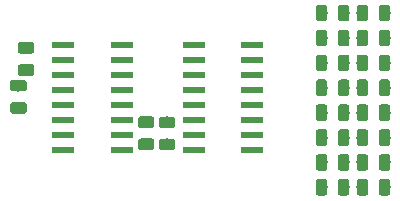
<source format=gbr>
G04 #@! TF.GenerationSoftware,KiCad,Pcbnew,(5.1.4)-1*
G04 #@! TF.CreationDate,2019-11-29T16:32:21-05:00*
G04 #@! TF.ProjectId,Feather-8bit-counter,46656174-6865-4722-9d38-6269742d636f,rev?*
G04 #@! TF.SameCoordinates,Original*
G04 #@! TF.FileFunction,Paste,Top*
G04 #@! TF.FilePolarity,Positive*
%FSLAX46Y46*%
G04 Gerber Fmt 4.6, Leading zero omitted, Abs format (unit mm)*
G04 Created by KiCad (PCBNEW (5.1.4)-1) date 2019-11-29 16:32:21*
%MOMM*%
%LPD*%
G04 APERTURE LIST*
%ADD10C,0.100000*%
%ADD11C,0.975000*%
%ADD12R,1.981200X0.558800*%
G04 APERTURE END LIST*
D10*
G36*
X115542142Y-52805174D02*
G01*
X115565803Y-52808684D01*
X115589007Y-52814496D01*
X115611529Y-52822554D01*
X115633153Y-52832782D01*
X115653670Y-52845079D01*
X115672883Y-52859329D01*
X115690607Y-52875393D01*
X115706671Y-52893117D01*
X115720921Y-52912330D01*
X115733218Y-52932847D01*
X115743446Y-52954471D01*
X115751504Y-52976993D01*
X115757316Y-53000197D01*
X115760826Y-53023858D01*
X115762000Y-53047750D01*
X115762000Y-53535250D01*
X115760826Y-53559142D01*
X115757316Y-53582803D01*
X115751504Y-53606007D01*
X115743446Y-53628529D01*
X115733218Y-53650153D01*
X115720921Y-53670670D01*
X115706671Y-53689883D01*
X115690607Y-53707607D01*
X115672883Y-53723671D01*
X115653670Y-53737921D01*
X115633153Y-53750218D01*
X115611529Y-53760446D01*
X115589007Y-53768504D01*
X115565803Y-53774316D01*
X115542142Y-53777826D01*
X115518250Y-53779000D01*
X114605750Y-53779000D01*
X114581858Y-53777826D01*
X114558197Y-53774316D01*
X114534993Y-53768504D01*
X114512471Y-53760446D01*
X114490847Y-53750218D01*
X114470330Y-53737921D01*
X114451117Y-53723671D01*
X114433393Y-53707607D01*
X114417329Y-53689883D01*
X114403079Y-53670670D01*
X114390782Y-53650153D01*
X114380554Y-53628529D01*
X114372496Y-53606007D01*
X114366684Y-53582803D01*
X114363174Y-53559142D01*
X114362000Y-53535250D01*
X114362000Y-53047750D01*
X114363174Y-53023858D01*
X114366684Y-53000197D01*
X114372496Y-52976993D01*
X114380554Y-52954471D01*
X114390782Y-52932847D01*
X114403079Y-52912330D01*
X114417329Y-52893117D01*
X114433393Y-52875393D01*
X114451117Y-52859329D01*
X114470330Y-52845079D01*
X114490847Y-52832782D01*
X114512471Y-52822554D01*
X114534993Y-52814496D01*
X114558197Y-52808684D01*
X114581858Y-52805174D01*
X114605750Y-52804000D01*
X115518250Y-52804000D01*
X115542142Y-52805174D01*
X115542142Y-52805174D01*
G37*
D11*
X115062000Y-53291500D03*
D10*
G36*
X115542142Y-54680174D02*
G01*
X115565803Y-54683684D01*
X115589007Y-54689496D01*
X115611529Y-54697554D01*
X115633153Y-54707782D01*
X115653670Y-54720079D01*
X115672883Y-54734329D01*
X115690607Y-54750393D01*
X115706671Y-54768117D01*
X115720921Y-54787330D01*
X115733218Y-54807847D01*
X115743446Y-54829471D01*
X115751504Y-54851993D01*
X115757316Y-54875197D01*
X115760826Y-54898858D01*
X115762000Y-54922750D01*
X115762000Y-55410250D01*
X115760826Y-55434142D01*
X115757316Y-55457803D01*
X115751504Y-55481007D01*
X115743446Y-55503529D01*
X115733218Y-55525153D01*
X115720921Y-55545670D01*
X115706671Y-55564883D01*
X115690607Y-55582607D01*
X115672883Y-55598671D01*
X115653670Y-55612921D01*
X115633153Y-55625218D01*
X115611529Y-55635446D01*
X115589007Y-55643504D01*
X115565803Y-55649316D01*
X115542142Y-55652826D01*
X115518250Y-55654000D01*
X114605750Y-55654000D01*
X114581858Y-55652826D01*
X114558197Y-55649316D01*
X114534993Y-55643504D01*
X114512471Y-55635446D01*
X114490847Y-55625218D01*
X114470330Y-55612921D01*
X114451117Y-55598671D01*
X114433393Y-55582607D01*
X114417329Y-55564883D01*
X114403079Y-55545670D01*
X114390782Y-55525153D01*
X114380554Y-55503529D01*
X114372496Y-55481007D01*
X114366684Y-55457803D01*
X114363174Y-55434142D01*
X114362000Y-55410250D01*
X114362000Y-54922750D01*
X114363174Y-54898858D01*
X114366684Y-54875197D01*
X114372496Y-54851993D01*
X114380554Y-54829471D01*
X114390782Y-54807847D01*
X114403079Y-54787330D01*
X114417329Y-54768117D01*
X114433393Y-54750393D01*
X114451117Y-54734329D01*
X114470330Y-54720079D01*
X114490847Y-54707782D01*
X114512471Y-54697554D01*
X114534993Y-54689496D01*
X114558197Y-54683684D01*
X114581858Y-54680174D01*
X114605750Y-54679000D01*
X115518250Y-54679000D01*
X115542142Y-54680174D01*
X115542142Y-54680174D01*
G37*
D11*
X115062000Y-55166500D03*
D10*
G36*
X114894442Y-56005574D02*
G01*
X114918103Y-56009084D01*
X114941307Y-56014896D01*
X114963829Y-56022954D01*
X114985453Y-56033182D01*
X115005970Y-56045479D01*
X115025183Y-56059729D01*
X115042907Y-56075793D01*
X115058971Y-56093517D01*
X115073221Y-56112730D01*
X115085518Y-56133247D01*
X115095746Y-56154871D01*
X115103804Y-56177393D01*
X115109616Y-56200597D01*
X115113126Y-56224258D01*
X115114300Y-56248150D01*
X115114300Y-56735650D01*
X115113126Y-56759542D01*
X115109616Y-56783203D01*
X115103804Y-56806407D01*
X115095746Y-56828929D01*
X115085518Y-56850553D01*
X115073221Y-56871070D01*
X115058971Y-56890283D01*
X115042907Y-56908007D01*
X115025183Y-56924071D01*
X115005970Y-56938321D01*
X114985453Y-56950618D01*
X114963829Y-56960846D01*
X114941307Y-56968904D01*
X114918103Y-56974716D01*
X114894442Y-56978226D01*
X114870550Y-56979400D01*
X113958050Y-56979400D01*
X113934158Y-56978226D01*
X113910497Y-56974716D01*
X113887293Y-56968904D01*
X113864771Y-56960846D01*
X113843147Y-56950618D01*
X113822630Y-56938321D01*
X113803417Y-56924071D01*
X113785693Y-56908007D01*
X113769629Y-56890283D01*
X113755379Y-56871070D01*
X113743082Y-56850553D01*
X113732854Y-56828929D01*
X113724796Y-56806407D01*
X113718984Y-56783203D01*
X113715474Y-56759542D01*
X113714300Y-56735650D01*
X113714300Y-56248150D01*
X113715474Y-56224258D01*
X113718984Y-56200597D01*
X113724796Y-56177393D01*
X113732854Y-56154871D01*
X113743082Y-56133247D01*
X113755379Y-56112730D01*
X113769629Y-56093517D01*
X113785693Y-56075793D01*
X113803417Y-56059729D01*
X113822630Y-56045479D01*
X113843147Y-56033182D01*
X113864771Y-56022954D01*
X113887293Y-56014896D01*
X113910497Y-56009084D01*
X113934158Y-56005574D01*
X113958050Y-56004400D01*
X114870550Y-56004400D01*
X114894442Y-56005574D01*
X114894442Y-56005574D01*
G37*
D11*
X114414300Y-56491900D03*
D10*
G36*
X114894442Y-57880574D02*
G01*
X114918103Y-57884084D01*
X114941307Y-57889896D01*
X114963829Y-57897954D01*
X114985453Y-57908182D01*
X115005970Y-57920479D01*
X115025183Y-57934729D01*
X115042907Y-57950793D01*
X115058971Y-57968517D01*
X115073221Y-57987730D01*
X115085518Y-58008247D01*
X115095746Y-58029871D01*
X115103804Y-58052393D01*
X115109616Y-58075597D01*
X115113126Y-58099258D01*
X115114300Y-58123150D01*
X115114300Y-58610650D01*
X115113126Y-58634542D01*
X115109616Y-58658203D01*
X115103804Y-58681407D01*
X115095746Y-58703929D01*
X115085518Y-58725553D01*
X115073221Y-58746070D01*
X115058971Y-58765283D01*
X115042907Y-58783007D01*
X115025183Y-58799071D01*
X115005970Y-58813321D01*
X114985453Y-58825618D01*
X114963829Y-58835846D01*
X114941307Y-58843904D01*
X114918103Y-58849716D01*
X114894442Y-58853226D01*
X114870550Y-58854400D01*
X113958050Y-58854400D01*
X113934158Y-58853226D01*
X113910497Y-58849716D01*
X113887293Y-58843904D01*
X113864771Y-58835846D01*
X113843147Y-58825618D01*
X113822630Y-58813321D01*
X113803417Y-58799071D01*
X113785693Y-58783007D01*
X113769629Y-58765283D01*
X113755379Y-58746070D01*
X113743082Y-58725553D01*
X113732854Y-58703929D01*
X113724796Y-58681407D01*
X113718984Y-58658203D01*
X113715474Y-58634542D01*
X113714300Y-58610650D01*
X113714300Y-58123150D01*
X113715474Y-58099258D01*
X113718984Y-58075597D01*
X113724796Y-58052393D01*
X113732854Y-58029871D01*
X113743082Y-58008247D01*
X113755379Y-57987730D01*
X113769629Y-57968517D01*
X113785693Y-57950793D01*
X113803417Y-57934729D01*
X113822630Y-57920479D01*
X113843147Y-57908182D01*
X113864771Y-57897954D01*
X113887293Y-57889896D01*
X113910497Y-57884084D01*
X113934158Y-57880574D01*
X113958050Y-57879400D01*
X114870550Y-57879400D01*
X114894442Y-57880574D01*
X114894442Y-57880574D01*
G37*
D11*
X114414300Y-58366900D03*
D10*
G36*
X127480142Y-60979374D02*
G01*
X127503803Y-60982884D01*
X127527007Y-60988696D01*
X127549529Y-60996754D01*
X127571153Y-61006982D01*
X127591670Y-61019279D01*
X127610883Y-61033529D01*
X127628607Y-61049593D01*
X127644671Y-61067317D01*
X127658921Y-61086530D01*
X127671218Y-61107047D01*
X127681446Y-61128671D01*
X127689504Y-61151193D01*
X127695316Y-61174397D01*
X127698826Y-61198058D01*
X127700000Y-61221950D01*
X127700000Y-61709450D01*
X127698826Y-61733342D01*
X127695316Y-61757003D01*
X127689504Y-61780207D01*
X127681446Y-61802729D01*
X127671218Y-61824353D01*
X127658921Y-61844870D01*
X127644671Y-61864083D01*
X127628607Y-61881807D01*
X127610883Y-61897871D01*
X127591670Y-61912121D01*
X127571153Y-61924418D01*
X127549529Y-61934646D01*
X127527007Y-61942704D01*
X127503803Y-61948516D01*
X127480142Y-61952026D01*
X127456250Y-61953200D01*
X126543750Y-61953200D01*
X126519858Y-61952026D01*
X126496197Y-61948516D01*
X126472993Y-61942704D01*
X126450471Y-61934646D01*
X126428847Y-61924418D01*
X126408330Y-61912121D01*
X126389117Y-61897871D01*
X126371393Y-61881807D01*
X126355329Y-61864083D01*
X126341079Y-61844870D01*
X126328782Y-61824353D01*
X126318554Y-61802729D01*
X126310496Y-61780207D01*
X126304684Y-61757003D01*
X126301174Y-61733342D01*
X126300000Y-61709450D01*
X126300000Y-61221950D01*
X126301174Y-61198058D01*
X126304684Y-61174397D01*
X126310496Y-61151193D01*
X126318554Y-61128671D01*
X126328782Y-61107047D01*
X126341079Y-61086530D01*
X126355329Y-61067317D01*
X126371393Y-61049593D01*
X126389117Y-61033529D01*
X126408330Y-61019279D01*
X126428847Y-61006982D01*
X126450471Y-60996754D01*
X126472993Y-60988696D01*
X126496197Y-60982884D01*
X126519858Y-60979374D01*
X126543750Y-60978200D01*
X127456250Y-60978200D01*
X127480142Y-60979374D01*
X127480142Y-60979374D01*
G37*
D11*
X127000000Y-61465700D03*
D10*
G36*
X127480142Y-59104374D02*
G01*
X127503803Y-59107884D01*
X127527007Y-59113696D01*
X127549529Y-59121754D01*
X127571153Y-59131982D01*
X127591670Y-59144279D01*
X127610883Y-59158529D01*
X127628607Y-59174593D01*
X127644671Y-59192317D01*
X127658921Y-59211530D01*
X127671218Y-59232047D01*
X127681446Y-59253671D01*
X127689504Y-59276193D01*
X127695316Y-59299397D01*
X127698826Y-59323058D01*
X127700000Y-59346950D01*
X127700000Y-59834450D01*
X127698826Y-59858342D01*
X127695316Y-59882003D01*
X127689504Y-59905207D01*
X127681446Y-59927729D01*
X127671218Y-59949353D01*
X127658921Y-59969870D01*
X127644671Y-59989083D01*
X127628607Y-60006807D01*
X127610883Y-60022871D01*
X127591670Y-60037121D01*
X127571153Y-60049418D01*
X127549529Y-60059646D01*
X127527007Y-60067704D01*
X127503803Y-60073516D01*
X127480142Y-60077026D01*
X127456250Y-60078200D01*
X126543750Y-60078200D01*
X126519858Y-60077026D01*
X126496197Y-60073516D01*
X126472993Y-60067704D01*
X126450471Y-60059646D01*
X126428847Y-60049418D01*
X126408330Y-60037121D01*
X126389117Y-60022871D01*
X126371393Y-60006807D01*
X126355329Y-59989083D01*
X126341079Y-59969870D01*
X126328782Y-59949353D01*
X126318554Y-59927729D01*
X126310496Y-59905207D01*
X126304684Y-59882003D01*
X126301174Y-59858342D01*
X126300000Y-59834450D01*
X126300000Y-59346950D01*
X126301174Y-59323058D01*
X126304684Y-59299397D01*
X126310496Y-59276193D01*
X126318554Y-59253671D01*
X126328782Y-59232047D01*
X126341079Y-59211530D01*
X126355329Y-59192317D01*
X126371393Y-59174593D01*
X126389117Y-59158529D01*
X126408330Y-59144279D01*
X126428847Y-59131982D01*
X126450471Y-59121754D01*
X126472993Y-59113696D01*
X126496197Y-59107884D01*
X126519858Y-59104374D01*
X126543750Y-59103200D01*
X127456250Y-59103200D01*
X127480142Y-59104374D01*
X127480142Y-59104374D01*
G37*
D11*
X127000000Y-59590700D03*
D10*
G36*
X125714842Y-60964134D02*
G01*
X125738503Y-60967644D01*
X125761707Y-60973456D01*
X125784229Y-60981514D01*
X125805853Y-60991742D01*
X125826370Y-61004039D01*
X125845583Y-61018289D01*
X125863307Y-61034353D01*
X125879371Y-61052077D01*
X125893621Y-61071290D01*
X125905918Y-61091807D01*
X125916146Y-61113431D01*
X125924204Y-61135953D01*
X125930016Y-61159157D01*
X125933526Y-61182818D01*
X125934700Y-61206710D01*
X125934700Y-61694210D01*
X125933526Y-61718102D01*
X125930016Y-61741763D01*
X125924204Y-61764967D01*
X125916146Y-61787489D01*
X125905918Y-61809113D01*
X125893621Y-61829630D01*
X125879371Y-61848843D01*
X125863307Y-61866567D01*
X125845583Y-61882631D01*
X125826370Y-61896881D01*
X125805853Y-61909178D01*
X125784229Y-61919406D01*
X125761707Y-61927464D01*
X125738503Y-61933276D01*
X125714842Y-61936786D01*
X125690950Y-61937960D01*
X124778450Y-61937960D01*
X124754558Y-61936786D01*
X124730897Y-61933276D01*
X124707693Y-61927464D01*
X124685171Y-61919406D01*
X124663547Y-61909178D01*
X124643030Y-61896881D01*
X124623817Y-61882631D01*
X124606093Y-61866567D01*
X124590029Y-61848843D01*
X124575779Y-61829630D01*
X124563482Y-61809113D01*
X124553254Y-61787489D01*
X124545196Y-61764967D01*
X124539384Y-61741763D01*
X124535874Y-61718102D01*
X124534700Y-61694210D01*
X124534700Y-61206710D01*
X124535874Y-61182818D01*
X124539384Y-61159157D01*
X124545196Y-61135953D01*
X124553254Y-61113431D01*
X124563482Y-61091807D01*
X124575779Y-61071290D01*
X124590029Y-61052077D01*
X124606093Y-61034353D01*
X124623817Y-61018289D01*
X124643030Y-61004039D01*
X124663547Y-60991742D01*
X124685171Y-60981514D01*
X124707693Y-60973456D01*
X124730897Y-60967644D01*
X124754558Y-60964134D01*
X124778450Y-60962960D01*
X125690950Y-60962960D01*
X125714842Y-60964134D01*
X125714842Y-60964134D01*
G37*
D11*
X125234700Y-61450460D03*
D10*
G36*
X125714842Y-59089134D02*
G01*
X125738503Y-59092644D01*
X125761707Y-59098456D01*
X125784229Y-59106514D01*
X125805853Y-59116742D01*
X125826370Y-59129039D01*
X125845583Y-59143289D01*
X125863307Y-59159353D01*
X125879371Y-59177077D01*
X125893621Y-59196290D01*
X125905918Y-59216807D01*
X125916146Y-59238431D01*
X125924204Y-59260953D01*
X125930016Y-59284157D01*
X125933526Y-59307818D01*
X125934700Y-59331710D01*
X125934700Y-59819210D01*
X125933526Y-59843102D01*
X125930016Y-59866763D01*
X125924204Y-59889967D01*
X125916146Y-59912489D01*
X125905918Y-59934113D01*
X125893621Y-59954630D01*
X125879371Y-59973843D01*
X125863307Y-59991567D01*
X125845583Y-60007631D01*
X125826370Y-60021881D01*
X125805853Y-60034178D01*
X125784229Y-60044406D01*
X125761707Y-60052464D01*
X125738503Y-60058276D01*
X125714842Y-60061786D01*
X125690950Y-60062960D01*
X124778450Y-60062960D01*
X124754558Y-60061786D01*
X124730897Y-60058276D01*
X124707693Y-60052464D01*
X124685171Y-60044406D01*
X124663547Y-60034178D01*
X124643030Y-60021881D01*
X124623817Y-60007631D01*
X124606093Y-59991567D01*
X124590029Y-59973843D01*
X124575779Y-59954630D01*
X124563482Y-59934113D01*
X124553254Y-59912489D01*
X124545196Y-59889967D01*
X124539384Y-59866763D01*
X124535874Y-59843102D01*
X124534700Y-59819210D01*
X124534700Y-59331710D01*
X124535874Y-59307818D01*
X124539384Y-59284157D01*
X124545196Y-59260953D01*
X124553254Y-59238431D01*
X124563482Y-59216807D01*
X124575779Y-59196290D01*
X124590029Y-59177077D01*
X124606093Y-59159353D01*
X124623817Y-59143289D01*
X124643030Y-59129039D01*
X124663547Y-59116742D01*
X124685171Y-59106514D01*
X124707693Y-59098456D01*
X124730897Y-59092644D01*
X124754558Y-59089134D01*
X124778450Y-59087960D01*
X125690950Y-59087960D01*
X125714842Y-59089134D01*
X125714842Y-59089134D01*
G37*
D11*
X125234700Y-59575460D03*
D12*
X123151900Y-53086000D03*
X123151900Y-54356000D03*
X123151900Y-55626000D03*
X123151900Y-56896000D03*
X123151900Y-58166000D03*
X123151900Y-59436000D03*
X123151900Y-60706000D03*
X123151900Y-61976000D03*
X118224300Y-61976000D03*
X118224300Y-60706000D03*
X118224300Y-59436000D03*
X118224300Y-58166000D03*
X118224300Y-56896000D03*
X118224300Y-55626000D03*
X118224300Y-54356000D03*
X118224300Y-53086000D03*
X134188200Y-53086000D03*
X134188200Y-54356000D03*
X134188200Y-55626000D03*
X134188200Y-56896000D03*
X134188200Y-58166000D03*
X134188200Y-59436000D03*
X134188200Y-60706000D03*
X134188200Y-61976000D03*
X129260600Y-61976000D03*
X129260600Y-60706000D03*
X129260600Y-59436000D03*
X129260600Y-58166000D03*
X129260600Y-56896000D03*
X129260600Y-55626000D03*
X129260600Y-54356000D03*
X129260600Y-53086000D03*
D10*
G36*
X140350702Y-64401374D02*
G01*
X140374363Y-64404884D01*
X140397567Y-64410696D01*
X140420089Y-64418754D01*
X140441713Y-64428982D01*
X140462230Y-64441279D01*
X140481443Y-64455529D01*
X140499167Y-64471593D01*
X140515231Y-64489317D01*
X140529481Y-64508530D01*
X140541778Y-64529047D01*
X140552006Y-64550671D01*
X140560064Y-64573193D01*
X140565876Y-64596397D01*
X140569386Y-64620058D01*
X140570560Y-64643950D01*
X140570560Y-65556450D01*
X140569386Y-65580342D01*
X140565876Y-65604003D01*
X140560064Y-65627207D01*
X140552006Y-65649729D01*
X140541778Y-65671353D01*
X140529481Y-65691870D01*
X140515231Y-65711083D01*
X140499167Y-65728807D01*
X140481443Y-65744871D01*
X140462230Y-65759121D01*
X140441713Y-65771418D01*
X140420089Y-65781646D01*
X140397567Y-65789704D01*
X140374363Y-65795516D01*
X140350702Y-65799026D01*
X140326810Y-65800200D01*
X139839310Y-65800200D01*
X139815418Y-65799026D01*
X139791757Y-65795516D01*
X139768553Y-65789704D01*
X139746031Y-65781646D01*
X139724407Y-65771418D01*
X139703890Y-65759121D01*
X139684677Y-65744871D01*
X139666953Y-65728807D01*
X139650889Y-65711083D01*
X139636639Y-65691870D01*
X139624342Y-65671353D01*
X139614114Y-65649729D01*
X139606056Y-65627207D01*
X139600244Y-65604003D01*
X139596734Y-65580342D01*
X139595560Y-65556450D01*
X139595560Y-64643950D01*
X139596734Y-64620058D01*
X139600244Y-64596397D01*
X139606056Y-64573193D01*
X139614114Y-64550671D01*
X139624342Y-64529047D01*
X139636639Y-64508530D01*
X139650889Y-64489317D01*
X139666953Y-64471593D01*
X139684677Y-64455529D01*
X139703890Y-64441279D01*
X139724407Y-64428982D01*
X139746031Y-64418754D01*
X139768553Y-64410696D01*
X139791757Y-64404884D01*
X139815418Y-64401374D01*
X139839310Y-64400200D01*
X140326810Y-64400200D01*
X140350702Y-64401374D01*
X140350702Y-64401374D01*
G37*
D11*
X140083060Y-65100200D03*
D10*
G36*
X142225702Y-64401374D02*
G01*
X142249363Y-64404884D01*
X142272567Y-64410696D01*
X142295089Y-64418754D01*
X142316713Y-64428982D01*
X142337230Y-64441279D01*
X142356443Y-64455529D01*
X142374167Y-64471593D01*
X142390231Y-64489317D01*
X142404481Y-64508530D01*
X142416778Y-64529047D01*
X142427006Y-64550671D01*
X142435064Y-64573193D01*
X142440876Y-64596397D01*
X142444386Y-64620058D01*
X142445560Y-64643950D01*
X142445560Y-65556450D01*
X142444386Y-65580342D01*
X142440876Y-65604003D01*
X142435064Y-65627207D01*
X142427006Y-65649729D01*
X142416778Y-65671353D01*
X142404481Y-65691870D01*
X142390231Y-65711083D01*
X142374167Y-65728807D01*
X142356443Y-65744871D01*
X142337230Y-65759121D01*
X142316713Y-65771418D01*
X142295089Y-65781646D01*
X142272567Y-65789704D01*
X142249363Y-65795516D01*
X142225702Y-65799026D01*
X142201810Y-65800200D01*
X141714310Y-65800200D01*
X141690418Y-65799026D01*
X141666757Y-65795516D01*
X141643553Y-65789704D01*
X141621031Y-65781646D01*
X141599407Y-65771418D01*
X141578890Y-65759121D01*
X141559677Y-65744871D01*
X141541953Y-65728807D01*
X141525889Y-65711083D01*
X141511639Y-65691870D01*
X141499342Y-65671353D01*
X141489114Y-65649729D01*
X141481056Y-65627207D01*
X141475244Y-65604003D01*
X141471734Y-65580342D01*
X141470560Y-65556450D01*
X141470560Y-64643950D01*
X141471734Y-64620058D01*
X141475244Y-64596397D01*
X141481056Y-64573193D01*
X141489114Y-64550671D01*
X141499342Y-64529047D01*
X141511639Y-64508530D01*
X141525889Y-64489317D01*
X141541953Y-64471593D01*
X141559677Y-64455529D01*
X141578890Y-64441279D01*
X141599407Y-64428982D01*
X141621031Y-64418754D01*
X141643553Y-64410696D01*
X141666757Y-64404884D01*
X141690418Y-64401374D01*
X141714310Y-64400200D01*
X142201810Y-64400200D01*
X142225702Y-64401374D01*
X142225702Y-64401374D01*
G37*
D11*
X141958060Y-65100200D03*
D10*
G36*
X140350702Y-62293174D02*
G01*
X140374363Y-62296684D01*
X140397567Y-62302496D01*
X140420089Y-62310554D01*
X140441713Y-62320782D01*
X140462230Y-62333079D01*
X140481443Y-62347329D01*
X140499167Y-62363393D01*
X140515231Y-62381117D01*
X140529481Y-62400330D01*
X140541778Y-62420847D01*
X140552006Y-62442471D01*
X140560064Y-62464993D01*
X140565876Y-62488197D01*
X140569386Y-62511858D01*
X140570560Y-62535750D01*
X140570560Y-63448250D01*
X140569386Y-63472142D01*
X140565876Y-63495803D01*
X140560064Y-63519007D01*
X140552006Y-63541529D01*
X140541778Y-63563153D01*
X140529481Y-63583670D01*
X140515231Y-63602883D01*
X140499167Y-63620607D01*
X140481443Y-63636671D01*
X140462230Y-63650921D01*
X140441713Y-63663218D01*
X140420089Y-63673446D01*
X140397567Y-63681504D01*
X140374363Y-63687316D01*
X140350702Y-63690826D01*
X140326810Y-63692000D01*
X139839310Y-63692000D01*
X139815418Y-63690826D01*
X139791757Y-63687316D01*
X139768553Y-63681504D01*
X139746031Y-63673446D01*
X139724407Y-63663218D01*
X139703890Y-63650921D01*
X139684677Y-63636671D01*
X139666953Y-63620607D01*
X139650889Y-63602883D01*
X139636639Y-63583670D01*
X139624342Y-63563153D01*
X139614114Y-63541529D01*
X139606056Y-63519007D01*
X139600244Y-63495803D01*
X139596734Y-63472142D01*
X139595560Y-63448250D01*
X139595560Y-62535750D01*
X139596734Y-62511858D01*
X139600244Y-62488197D01*
X139606056Y-62464993D01*
X139614114Y-62442471D01*
X139624342Y-62420847D01*
X139636639Y-62400330D01*
X139650889Y-62381117D01*
X139666953Y-62363393D01*
X139684677Y-62347329D01*
X139703890Y-62333079D01*
X139724407Y-62320782D01*
X139746031Y-62310554D01*
X139768553Y-62302496D01*
X139791757Y-62296684D01*
X139815418Y-62293174D01*
X139839310Y-62292000D01*
X140326810Y-62292000D01*
X140350702Y-62293174D01*
X140350702Y-62293174D01*
G37*
D11*
X140083060Y-62992000D03*
D10*
G36*
X142225702Y-62293174D02*
G01*
X142249363Y-62296684D01*
X142272567Y-62302496D01*
X142295089Y-62310554D01*
X142316713Y-62320782D01*
X142337230Y-62333079D01*
X142356443Y-62347329D01*
X142374167Y-62363393D01*
X142390231Y-62381117D01*
X142404481Y-62400330D01*
X142416778Y-62420847D01*
X142427006Y-62442471D01*
X142435064Y-62464993D01*
X142440876Y-62488197D01*
X142444386Y-62511858D01*
X142445560Y-62535750D01*
X142445560Y-63448250D01*
X142444386Y-63472142D01*
X142440876Y-63495803D01*
X142435064Y-63519007D01*
X142427006Y-63541529D01*
X142416778Y-63563153D01*
X142404481Y-63583670D01*
X142390231Y-63602883D01*
X142374167Y-63620607D01*
X142356443Y-63636671D01*
X142337230Y-63650921D01*
X142316713Y-63663218D01*
X142295089Y-63673446D01*
X142272567Y-63681504D01*
X142249363Y-63687316D01*
X142225702Y-63690826D01*
X142201810Y-63692000D01*
X141714310Y-63692000D01*
X141690418Y-63690826D01*
X141666757Y-63687316D01*
X141643553Y-63681504D01*
X141621031Y-63673446D01*
X141599407Y-63663218D01*
X141578890Y-63650921D01*
X141559677Y-63636671D01*
X141541953Y-63620607D01*
X141525889Y-63602883D01*
X141511639Y-63583670D01*
X141499342Y-63563153D01*
X141489114Y-63541529D01*
X141481056Y-63519007D01*
X141475244Y-63495803D01*
X141471734Y-63472142D01*
X141470560Y-63448250D01*
X141470560Y-62535750D01*
X141471734Y-62511858D01*
X141475244Y-62488197D01*
X141481056Y-62464993D01*
X141489114Y-62442471D01*
X141499342Y-62420847D01*
X141511639Y-62400330D01*
X141525889Y-62381117D01*
X141541953Y-62363393D01*
X141559677Y-62347329D01*
X141578890Y-62333079D01*
X141599407Y-62320782D01*
X141621031Y-62310554D01*
X141643553Y-62302496D01*
X141666757Y-62296684D01*
X141690418Y-62293174D01*
X141714310Y-62292000D01*
X142201810Y-62292000D01*
X142225702Y-62293174D01*
X142225702Y-62293174D01*
G37*
D11*
X141958060Y-62992000D03*
D10*
G36*
X140350702Y-60184974D02*
G01*
X140374363Y-60188484D01*
X140397567Y-60194296D01*
X140420089Y-60202354D01*
X140441713Y-60212582D01*
X140462230Y-60224879D01*
X140481443Y-60239129D01*
X140499167Y-60255193D01*
X140515231Y-60272917D01*
X140529481Y-60292130D01*
X140541778Y-60312647D01*
X140552006Y-60334271D01*
X140560064Y-60356793D01*
X140565876Y-60379997D01*
X140569386Y-60403658D01*
X140570560Y-60427550D01*
X140570560Y-61340050D01*
X140569386Y-61363942D01*
X140565876Y-61387603D01*
X140560064Y-61410807D01*
X140552006Y-61433329D01*
X140541778Y-61454953D01*
X140529481Y-61475470D01*
X140515231Y-61494683D01*
X140499167Y-61512407D01*
X140481443Y-61528471D01*
X140462230Y-61542721D01*
X140441713Y-61555018D01*
X140420089Y-61565246D01*
X140397567Y-61573304D01*
X140374363Y-61579116D01*
X140350702Y-61582626D01*
X140326810Y-61583800D01*
X139839310Y-61583800D01*
X139815418Y-61582626D01*
X139791757Y-61579116D01*
X139768553Y-61573304D01*
X139746031Y-61565246D01*
X139724407Y-61555018D01*
X139703890Y-61542721D01*
X139684677Y-61528471D01*
X139666953Y-61512407D01*
X139650889Y-61494683D01*
X139636639Y-61475470D01*
X139624342Y-61454953D01*
X139614114Y-61433329D01*
X139606056Y-61410807D01*
X139600244Y-61387603D01*
X139596734Y-61363942D01*
X139595560Y-61340050D01*
X139595560Y-60427550D01*
X139596734Y-60403658D01*
X139600244Y-60379997D01*
X139606056Y-60356793D01*
X139614114Y-60334271D01*
X139624342Y-60312647D01*
X139636639Y-60292130D01*
X139650889Y-60272917D01*
X139666953Y-60255193D01*
X139684677Y-60239129D01*
X139703890Y-60224879D01*
X139724407Y-60212582D01*
X139746031Y-60202354D01*
X139768553Y-60194296D01*
X139791757Y-60188484D01*
X139815418Y-60184974D01*
X139839310Y-60183800D01*
X140326810Y-60183800D01*
X140350702Y-60184974D01*
X140350702Y-60184974D01*
G37*
D11*
X140083060Y-60883800D03*
D10*
G36*
X142225702Y-60184974D02*
G01*
X142249363Y-60188484D01*
X142272567Y-60194296D01*
X142295089Y-60202354D01*
X142316713Y-60212582D01*
X142337230Y-60224879D01*
X142356443Y-60239129D01*
X142374167Y-60255193D01*
X142390231Y-60272917D01*
X142404481Y-60292130D01*
X142416778Y-60312647D01*
X142427006Y-60334271D01*
X142435064Y-60356793D01*
X142440876Y-60379997D01*
X142444386Y-60403658D01*
X142445560Y-60427550D01*
X142445560Y-61340050D01*
X142444386Y-61363942D01*
X142440876Y-61387603D01*
X142435064Y-61410807D01*
X142427006Y-61433329D01*
X142416778Y-61454953D01*
X142404481Y-61475470D01*
X142390231Y-61494683D01*
X142374167Y-61512407D01*
X142356443Y-61528471D01*
X142337230Y-61542721D01*
X142316713Y-61555018D01*
X142295089Y-61565246D01*
X142272567Y-61573304D01*
X142249363Y-61579116D01*
X142225702Y-61582626D01*
X142201810Y-61583800D01*
X141714310Y-61583800D01*
X141690418Y-61582626D01*
X141666757Y-61579116D01*
X141643553Y-61573304D01*
X141621031Y-61565246D01*
X141599407Y-61555018D01*
X141578890Y-61542721D01*
X141559677Y-61528471D01*
X141541953Y-61512407D01*
X141525889Y-61494683D01*
X141511639Y-61475470D01*
X141499342Y-61454953D01*
X141489114Y-61433329D01*
X141481056Y-61410807D01*
X141475244Y-61387603D01*
X141471734Y-61363942D01*
X141470560Y-61340050D01*
X141470560Y-60427550D01*
X141471734Y-60403658D01*
X141475244Y-60379997D01*
X141481056Y-60356793D01*
X141489114Y-60334271D01*
X141499342Y-60312647D01*
X141511639Y-60292130D01*
X141525889Y-60272917D01*
X141541953Y-60255193D01*
X141559677Y-60239129D01*
X141578890Y-60224879D01*
X141599407Y-60212582D01*
X141621031Y-60202354D01*
X141643553Y-60194296D01*
X141666757Y-60188484D01*
X141690418Y-60184974D01*
X141714310Y-60183800D01*
X142201810Y-60183800D01*
X142225702Y-60184974D01*
X142225702Y-60184974D01*
G37*
D11*
X141958060Y-60883800D03*
D10*
G36*
X140350702Y-58076774D02*
G01*
X140374363Y-58080284D01*
X140397567Y-58086096D01*
X140420089Y-58094154D01*
X140441713Y-58104382D01*
X140462230Y-58116679D01*
X140481443Y-58130929D01*
X140499167Y-58146993D01*
X140515231Y-58164717D01*
X140529481Y-58183930D01*
X140541778Y-58204447D01*
X140552006Y-58226071D01*
X140560064Y-58248593D01*
X140565876Y-58271797D01*
X140569386Y-58295458D01*
X140570560Y-58319350D01*
X140570560Y-59231850D01*
X140569386Y-59255742D01*
X140565876Y-59279403D01*
X140560064Y-59302607D01*
X140552006Y-59325129D01*
X140541778Y-59346753D01*
X140529481Y-59367270D01*
X140515231Y-59386483D01*
X140499167Y-59404207D01*
X140481443Y-59420271D01*
X140462230Y-59434521D01*
X140441713Y-59446818D01*
X140420089Y-59457046D01*
X140397567Y-59465104D01*
X140374363Y-59470916D01*
X140350702Y-59474426D01*
X140326810Y-59475600D01*
X139839310Y-59475600D01*
X139815418Y-59474426D01*
X139791757Y-59470916D01*
X139768553Y-59465104D01*
X139746031Y-59457046D01*
X139724407Y-59446818D01*
X139703890Y-59434521D01*
X139684677Y-59420271D01*
X139666953Y-59404207D01*
X139650889Y-59386483D01*
X139636639Y-59367270D01*
X139624342Y-59346753D01*
X139614114Y-59325129D01*
X139606056Y-59302607D01*
X139600244Y-59279403D01*
X139596734Y-59255742D01*
X139595560Y-59231850D01*
X139595560Y-58319350D01*
X139596734Y-58295458D01*
X139600244Y-58271797D01*
X139606056Y-58248593D01*
X139614114Y-58226071D01*
X139624342Y-58204447D01*
X139636639Y-58183930D01*
X139650889Y-58164717D01*
X139666953Y-58146993D01*
X139684677Y-58130929D01*
X139703890Y-58116679D01*
X139724407Y-58104382D01*
X139746031Y-58094154D01*
X139768553Y-58086096D01*
X139791757Y-58080284D01*
X139815418Y-58076774D01*
X139839310Y-58075600D01*
X140326810Y-58075600D01*
X140350702Y-58076774D01*
X140350702Y-58076774D01*
G37*
D11*
X140083060Y-58775600D03*
D10*
G36*
X142225702Y-58076774D02*
G01*
X142249363Y-58080284D01*
X142272567Y-58086096D01*
X142295089Y-58094154D01*
X142316713Y-58104382D01*
X142337230Y-58116679D01*
X142356443Y-58130929D01*
X142374167Y-58146993D01*
X142390231Y-58164717D01*
X142404481Y-58183930D01*
X142416778Y-58204447D01*
X142427006Y-58226071D01*
X142435064Y-58248593D01*
X142440876Y-58271797D01*
X142444386Y-58295458D01*
X142445560Y-58319350D01*
X142445560Y-59231850D01*
X142444386Y-59255742D01*
X142440876Y-59279403D01*
X142435064Y-59302607D01*
X142427006Y-59325129D01*
X142416778Y-59346753D01*
X142404481Y-59367270D01*
X142390231Y-59386483D01*
X142374167Y-59404207D01*
X142356443Y-59420271D01*
X142337230Y-59434521D01*
X142316713Y-59446818D01*
X142295089Y-59457046D01*
X142272567Y-59465104D01*
X142249363Y-59470916D01*
X142225702Y-59474426D01*
X142201810Y-59475600D01*
X141714310Y-59475600D01*
X141690418Y-59474426D01*
X141666757Y-59470916D01*
X141643553Y-59465104D01*
X141621031Y-59457046D01*
X141599407Y-59446818D01*
X141578890Y-59434521D01*
X141559677Y-59420271D01*
X141541953Y-59404207D01*
X141525889Y-59386483D01*
X141511639Y-59367270D01*
X141499342Y-59346753D01*
X141489114Y-59325129D01*
X141481056Y-59302607D01*
X141475244Y-59279403D01*
X141471734Y-59255742D01*
X141470560Y-59231850D01*
X141470560Y-58319350D01*
X141471734Y-58295458D01*
X141475244Y-58271797D01*
X141481056Y-58248593D01*
X141489114Y-58226071D01*
X141499342Y-58204447D01*
X141511639Y-58183930D01*
X141525889Y-58164717D01*
X141541953Y-58146993D01*
X141559677Y-58130929D01*
X141578890Y-58116679D01*
X141599407Y-58104382D01*
X141621031Y-58094154D01*
X141643553Y-58086096D01*
X141666757Y-58080284D01*
X141690418Y-58076774D01*
X141714310Y-58075600D01*
X142201810Y-58075600D01*
X142225702Y-58076774D01*
X142225702Y-58076774D01*
G37*
D11*
X141958060Y-58775600D03*
D10*
G36*
X140350702Y-55968574D02*
G01*
X140374363Y-55972084D01*
X140397567Y-55977896D01*
X140420089Y-55985954D01*
X140441713Y-55996182D01*
X140462230Y-56008479D01*
X140481443Y-56022729D01*
X140499167Y-56038793D01*
X140515231Y-56056517D01*
X140529481Y-56075730D01*
X140541778Y-56096247D01*
X140552006Y-56117871D01*
X140560064Y-56140393D01*
X140565876Y-56163597D01*
X140569386Y-56187258D01*
X140570560Y-56211150D01*
X140570560Y-57123650D01*
X140569386Y-57147542D01*
X140565876Y-57171203D01*
X140560064Y-57194407D01*
X140552006Y-57216929D01*
X140541778Y-57238553D01*
X140529481Y-57259070D01*
X140515231Y-57278283D01*
X140499167Y-57296007D01*
X140481443Y-57312071D01*
X140462230Y-57326321D01*
X140441713Y-57338618D01*
X140420089Y-57348846D01*
X140397567Y-57356904D01*
X140374363Y-57362716D01*
X140350702Y-57366226D01*
X140326810Y-57367400D01*
X139839310Y-57367400D01*
X139815418Y-57366226D01*
X139791757Y-57362716D01*
X139768553Y-57356904D01*
X139746031Y-57348846D01*
X139724407Y-57338618D01*
X139703890Y-57326321D01*
X139684677Y-57312071D01*
X139666953Y-57296007D01*
X139650889Y-57278283D01*
X139636639Y-57259070D01*
X139624342Y-57238553D01*
X139614114Y-57216929D01*
X139606056Y-57194407D01*
X139600244Y-57171203D01*
X139596734Y-57147542D01*
X139595560Y-57123650D01*
X139595560Y-56211150D01*
X139596734Y-56187258D01*
X139600244Y-56163597D01*
X139606056Y-56140393D01*
X139614114Y-56117871D01*
X139624342Y-56096247D01*
X139636639Y-56075730D01*
X139650889Y-56056517D01*
X139666953Y-56038793D01*
X139684677Y-56022729D01*
X139703890Y-56008479D01*
X139724407Y-55996182D01*
X139746031Y-55985954D01*
X139768553Y-55977896D01*
X139791757Y-55972084D01*
X139815418Y-55968574D01*
X139839310Y-55967400D01*
X140326810Y-55967400D01*
X140350702Y-55968574D01*
X140350702Y-55968574D01*
G37*
D11*
X140083060Y-56667400D03*
D10*
G36*
X142225702Y-55968574D02*
G01*
X142249363Y-55972084D01*
X142272567Y-55977896D01*
X142295089Y-55985954D01*
X142316713Y-55996182D01*
X142337230Y-56008479D01*
X142356443Y-56022729D01*
X142374167Y-56038793D01*
X142390231Y-56056517D01*
X142404481Y-56075730D01*
X142416778Y-56096247D01*
X142427006Y-56117871D01*
X142435064Y-56140393D01*
X142440876Y-56163597D01*
X142444386Y-56187258D01*
X142445560Y-56211150D01*
X142445560Y-57123650D01*
X142444386Y-57147542D01*
X142440876Y-57171203D01*
X142435064Y-57194407D01*
X142427006Y-57216929D01*
X142416778Y-57238553D01*
X142404481Y-57259070D01*
X142390231Y-57278283D01*
X142374167Y-57296007D01*
X142356443Y-57312071D01*
X142337230Y-57326321D01*
X142316713Y-57338618D01*
X142295089Y-57348846D01*
X142272567Y-57356904D01*
X142249363Y-57362716D01*
X142225702Y-57366226D01*
X142201810Y-57367400D01*
X141714310Y-57367400D01*
X141690418Y-57366226D01*
X141666757Y-57362716D01*
X141643553Y-57356904D01*
X141621031Y-57348846D01*
X141599407Y-57338618D01*
X141578890Y-57326321D01*
X141559677Y-57312071D01*
X141541953Y-57296007D01*
X141525889Y-57278283D01*
X141511639Y-57259070D01*
X141499342Y-57238553D01*
X141489114Y-57216929D01*
X141481056Y-57194407D01*
X141475244Y-57171203D01*
X141471734Y-57147542D01*
X141470560Y-57123650D01*
X141470560Y-56211150D01*
X141471734Y-56187258D01*
X141475244Y-56163597D01*
X141481056Y-56140393D01*
X141489114Y-56117871D01*
X141499342Y-56096247D01*
X141511639Y-56075730D01*
X141525889Y-56056517D01*
X141541953Y-56038793D01*
X141559677Y-56022729D01*
X141578890Y-56008479D01*
X141599407Y-55996182D01*
X141621031Y-55985954D01*
X141643553Y-55977896D01*
X141666757Y-55972084D01*
X141690418Y-55968574D01*
X141714310Y-55967400D01*
X142201810Y-55967400D01*
X142225702Y-55968574D01*
X142225702Y-55968574D01*
G37*
D11*
X141958060Y-56667400D03*
D10*
G36*
X140350702Y-53860374D02*
G01*
X140374363Y-53863884D01*
X140397567Y-53869696D01*
X140420089Y-53877754D01*
X140441713Y-53887982D01*
X140462230Y-53900279D01*
X140481443Y-53914529D01*
X140499167Y-53930593D01*
X140515231Y-53948317D01*
X140529481Y-53967530D01*
X140541778Y-53988047D01*
X140552006Y-54009671D01*
X140560064Y-54032193D01*
X140565876Y-54055397D01*
X140569386Y-54079058D01*
X140570560Y-54102950D01*
X140570560Y-55015450D01*
X140569386Y-55039342D01*
X140565876Y-55063003D01*
X140560064Y-55086207D01*
X140552006Y-55108729D01*
X140541778Y-55130353D01*
X140529481Y-55150870D01*
X140515231Y-55170083D01*
X140499167Y-55187807D01*
X140481443Y-55203871D01*
X140462230Y-55218121D01*
X140441713Y-55230418D01*
X140420089Y-55240646D01*
X140397567Y-55248704D01*
X140374363Y-55254516D01*
X140350702Y-55258026D01*
X140326810Y-55259200D01*
X139839310Y-55259200D01*
X139815418Y-55258026D01*
X139791757Y-55254516D01*
X139768553Y-55248704D01*
X139746031Y-55240646D01*
X139724407Y-55230418D01*
X139703890Y-55218121D01*
X139684677Y-55203871D01*
X139666953Y-55187807D01*
X139650889Y-55170083D01*
X139636639Y-55150870D01*
X139624342Y-55130353D01*
X139614114Y-55108729D01*
X139606056Y-55086207D01*
X139600244Y-55063003D01*
X139596734Y-55039342D01*
X139595560Y-55015450D01*
X139595560Y-54102950D01*
X139596734Y-54079058D01*
X139600244Y-54055397D01*
X139606056Y-54032193D01*
X139614114Y-54009671D01*
X139624342Y-53988047D01*
X139636639Y-53967530D01*
X139650889Y-53948317D01*
X139666953Y-53930593D01*
X139684677Y-53914529D01*
X139703890Y-53900279D01*
X139724407Y-53887982D01*
X139746031Y-53877754D01*
X139768553Y-53869696D01*
X139791757Y-53863884D01*
X139815418Y-53860374D01*
X139839310Y-53859200D01*
X140326810Y-53859200D01*
X140350702Y-53860374D01*
X140350702Y-53860374D01*
G37*
D11*
X140083060Y-54559200D03*
D10*
G36*
X142225702Y-53860374D02*
G01*
X142249363Y-53863884D01*
X142272567Y-53869696D01*
X142295089Y-53877754D01*
X142316713Y-53887982D01*
X142337230Y-53900279D01*
X142356443Y-53914529D01*
X142374167Y-53930593D01*
X142390231Y-53948317D01*
X142404481Y-53967530D01*
X142416778Y-53988047D01*
X142427006Y-54009671D01*
X142435064Y-54032193D01*
X142440876Y-54055397D01*
X142444386Y-54079058D01*
X142445560Y-54102950D01*
X142445560Y-55015450D01*
X142444386Y-55039342D01*
X142440876Y-55063003D01*
X142435064Y-55086207D01*
X142427006Y-55108729D01*
X142416778Y-55130353D01*
X142404481Y-55150870D01*
X142390231Y-55170083D01*
X142374167Y-55187807D01*
X142356443Y-55203871D01*
X142337230Y-55218121D01*
X142316713Y-55230418D01*
X142295089Y-55240646D01*
X142272567Y-55248704D01*
X142249363Y-55254516D01*
X142225702Y-55258026D01*
X142201810Y-55259200D01*
X141714310Y-55259200D01*
X141690418Y-55258026D01*
X141666757Y-55254516D01*
X141643553Y-55248704D01*
X141621031Y-55240646D01*
X141599407Y-55230418D01*
X141578890Y-55218121D01*
X141559677Y-55203871D01*
X141541953Y-55187807D01*
X141525889Y-55170083D01*
X141511639Y-55150870D01*
X141499342Y-55130353D01*
X141489114Y-55108729D01*
X141481056Y-55086207D01*
X141475244Y-55063003D01*
X141471734Y-55039342D01*
X141470560Y-55015450D01*
X141470560Y-54102950D01*
X141471734Y-54079058D01*
X141475244Y-54055397D01*
X141481056Y-54032193D01*
X141489114Y-54009671D01*
X141499342Y-53988047D01*
X141511639Y-53967530D01*
X141525889Y-53948317D01*
X141541953Y-53930593D01*
X141559677Y-53914529D01*
X141578890Y-53900279D01*
X141599407Y-53887982D01*
X141621031Y-53877754D01*
X141643553Y-53869696D01*
X141666757Y-53863884D01*
X141690418Y-53860374D01*
X141714310Y-53859200D01*
X142201810Y-53859200D01*
X142225702Y-53860374D01*
X142225702Y-53860374D01*
G37*
D11*
X141958060Y-54559200D03*
D10*
G36*
X140350702Y-51752174D02*
G01*
X140374363Y-51755684D01*
X140397567Y-51761496D01*
X140420089Y-51769554D01*
X140441713Y-51779782D01*
X140462230Y-51792079D01*
X140481443Y-51806329D01*
X140499167Y-51822393D01*
X140515231Y-51840117D01*
X140529481Y-51859330D01*
X140541778Y-51879847D01*
X140552006Y-51901471D01*
X140560064Y-51923993D01*
X140565876Y-51947197D01*
X140569386Y-51970858D01*
X140570560Y-51994750D01*
X140570560Y-52907250D01*
X140569386Y-52931142D01*
X140565876Y-52954803D01*
X140560064Y-52978007D01*
X140552006Y-53000529D01*
X140541778Y-53022153D01*
X140529481Y-53042670D01*
X140515231Y-53061883D01*
X140499167Y-53079607D01*
X140481443Y-53095671D01*
X140462230Y-53109921D01*
X140441713Y-53122218D01*
X140420089Y-53132446D01*
X140397567Y-53140504D01*
X140374363Y-53146316D01*
X140350702Y-53149826D01*
X140326810Y-53151000D01*
X139839310Y-53151000D01*
X139815418Y-53149826D01*
X139791757Y-53146316D01*
X139768553Y-53140504D01*
X139746031Y-53132446D01*
X139724407Y-53122218D01*
X139703890Y-53109921D01*
X139684677Y-53095671D01*
X139666953Y-53079607D01*
X139650889Y-53061883D01*
X139636639Y-53042670D01*
X139624342Y-53022153D01*
X139614114Y-53000529D01*
X139606056Y-52978007D01*
X139600244Y-52954803D01*
X139596734Y-52931142D01*
X139595560Y-52907250D01*
X139595560Y-51994750D01*
X139596734Y-51970858D01*
X139600244Y-51947197D01*
X139606056Y-51923993D01*
X139614114Y-51901471D01*
X139624342Y-51879847D01*
X139636639Y-51859330D01*
X139650889Y-51840117D01*
X139666953Y-51822393D01*
X139684677Y-51806329D01*
X139703890Y-51792079D01*
X139724407Y-51779782D01*
X139746031Y-51769554D01*
X139768553Y-51761496D01*
X139791757Y-51755684D01*
X139815418Y-51752174D01*
X139839310Y-51751000D01*
X140326810Y-51751000D01*
X140350702Y-51752174D01*
X140350702Y-51752174D01*
G37*
D11*
X140083060Y-52451000D03*
D10*
G36*
X142225702Y-51752174D02*
G01*
X142249363Y-51755684D01*
X142272567Y-51761496D01*
X142295089Y-51769554D01*
X142316713Y-51779782D01*
X142337230Y-51792079D01*
X142356443Y-51806329D01*
X142374167Y-51822393D01*
X142390231Y-51840117D01*
X142404481Y-51859330D01*
X142416778Y-51879847D01*
X142427006Y-51901471D01*
X142435064Y-51923993D01*
X142440876Y-51947197D01*
X142444386Y-51970858D01*
X142445560Y-51994750D01*
X142445560Y-52907250D01*
X142444386Y-52931142D01*
X142440876Y-52954803D01*
X142435064Y-52978007D01*
X142427006Y-53000529D01*
X142416778Y-53022153D01*
X142404481Y-53042670D01*
X142390231Y-53061883D01*
X142374167Y-53079607D01*
X142356443Y-53095671D01*
X142337230Y-53109921D01*
X142316713Y-53122218D01*
X142295089Y-53132446D01*
X142272567Y-53140504D01*
X142249363Y-53146316D01*
X142225702Y-53149826D01*
X142201810Y-53151000D01*
X141714310Y-53151000D01*
X141690418Y-53149826D01*
X141666757Y-53146316D01*
X141643553Y-53140504D01*
X141621031Y-53132446D01*
X141599407Y-53122218D01*
X141578890Y-53109921D01*
X141559677Y-53095671D01*
X141541953Y-53079607D01*
X141525889Y-53061883D01*
X141511639Y-53042670D01*
X141499342Y-53022153D01*
X141489114Y-53000529D01*
X141481056Y-52978007D01*
X141475244Y-52954803D01*
X141471734Y-52931142D01*
X141470560Y-52907250D01*
X141470560Y-51994750D01*
X141471734Y-51970858D01*
X141475244Y-51947197D01*
X141481056Y-51923993D01*
X141489114Y-51901471D01*
X141499342Y-51879847D01*
X141511639Y-51859330D01*
X141525889Y-51840117D01*
X141541953Y-51822393D01*
X141559677Y-51806329D01*
X141578890Y-51792079D01*
X141599407Y-51779782D01*
X141621031Y-51769554D01*
X141643553Y-51761496D01*
X141666757Y-51755684D01*
X141690418Y-51752174D01*
X141714310Y-51751000D01*
X142201810Y-51751000D01*
X142225702Y-51752174D01*
X142225702Y-51752174D01*
G37*
D11*
X141958060Y-52451000D03*
D10*
G36*
X140350702Y-49643974D02*
G01*
X140374363Y-49647484D01*
X140397567Y-49653296D01*
X140420089Y-49661354D01*
X140441713Y-49671582D01*
X140462230Y-49683879D01*
X140481443Y-49698129D01*
X140499167Y-49714193D01*
X140515231Y-49731917D01*
X140529481Y-49751130D01*
X140541778Y-49771647D01*
X140552006Y-49793271D01*
X140560064Y-49815793D01*
X140565876Y-49838997D01*
X140569386Y-49862658D01*
X140570560Y-49886550D01*
X140570560Y-50799050D01*
X140569386Y-50822942D01*
X140565876Y-50846603D01*
X140560064Y-50869807D01*
X140552006Y-50892329D01*
X140541778Y-50913953D01*
X140529481Y-50934470D01*
X140515231Y-50953683D01*
X140499167Y-50971407D01*
X140481443Y-50987471D01*
X140462230Y-51001721D01*
X140441713Y-51014018D01*
X140420089Y-51024246D01*
X140397567Y-51032304D01*
X140374363Y-51038116D01*
X140350702Y-51041626D01*
X140326810Y-51042800D01*
X139839310Y-51042800D01*
X139815418Y-51041626D01*
X139791757Y-51038116D01*
X139768553Y-51032304D01*
X139746031Y-51024246D01*
X139724407Y-51014018D01*
X139703890Y-51001721D01*
X139684677Y-50987471D01*
X139666953Y-50971407D01*
X139650889Y-50953683D01*
X139636639Y-50934470D01*
X139624342Y-50913953D01*
X139614114Y-50892329D01*
X139606056Y-50869807D01*
X139600244Y-50846603D01*
X139596734Y-50822942D01*
X139595560Y-50799050D01*
X139595560Y-49886550D01*
X139596734Y-49862658D01*
X139600244Y-49838997D01*
X139606056Y-49815793D01*
X139614114Y-49793271D01*
X139624342Y-49771647D01*
X139636639Y-49751130D01*
X139650889Y-49731917D01*
X139666953Y-49714193D01*
X139684677Y-49698129D01*
X139703890Y-49683879D01*
X139724407Y-49671582D01*
X139746031Y-49661354D01*
X139768553Y-49653296D01*
X139791757Y-49647484D01*
X139815418Y-49643974D01*
X139839310Y-49642800D01*
X140326810Y-49642800D01*
X140350702Y-49643974D01*
X140350702Y-49643974D01*
G37*
D11*
X140083060Y-50342800D03*
D10*
G36*
X142225702Y-49643974D02*
G01*
X142249363Y-49647484D01*
X142272567Y-49653296D01*
X142295089Y-49661354D01*
X142316713Y-49671582D01*
X142337230Y-49683879D01*
X142356443Y-49698129D01*
X142374167Y-49714193D01*
X142390231Y-49731917D01*
X142404481Y-49751130D01*
X142416778Y-49771647D01*
X142427006Y-49793271D01*
X142435064Y-49815793D01*
X142440876Y-49838997D01*
X142444386Y-49862658D01*
X142445560Y-49886550D01*
X142445560Y-50799050D01*
X142444386Y-50822942D01*
X142440876Y-50846603D01*
X142435064Y-50869807D01*
X142427006Y-50892329D01*
X142416778Y-50913953D01*
X142404481Y-50934470D01*
X142390231Y-50953683D01*
X142374167Y-50971407D01*
X142356443Y-50987471D01*
X142337230Y-51001721D01*
X142316713Y-51014018D01*
X142295089Y-51024246D01*
X142272567Y-51032304D01*
X142249363Y-51038116D01*
X142225702Y-51041626D01*
X142201810Y-51042800D01*
X141714310Y-51042800D01*
X141690418Y-51041626D01*
X141666757Y-51038116D01*
X141643553Y-51032304D01*
X141621031Y-51024246D01*
X141599407Y-51014018D01*
X141578890Y-51001721D01*
X141559677Y-50987471D01*
X141541953Y-50971407D01*
X141525889Y-50953683D01*
X141511639Y-50934470D01*
X141499342Y-50913953D01*
X141489114Y-50892329D01*
X141481056Y-50869807D01*
X141475244Y-50846603D01*
X141471734Y-50822942D01*
X141470560Y-50799050D01*
X141470560Y-49886550D01*
X141471734Y-49862658D01*
X141475244Y-49838997D01*
X141481056Y-49815793D01*
X141489114Y-49793271D01*
X141499342Y-49771647D01*
X141511639Y-49751130D01*
X141525889Y-49731917D01*
X141541953Y-49714193D01*
X141559677Y-49698129D01*
X141578890Y-49683879D01*
X141599407Y-49671582D01*
X141621031Y-49661354D01*
X141643553Y-49653296D01*
X141666757Y-49647484D01*
X141690418Y-49643974D01*
X141714310Y-49642800D01*
X142201810Y-49642800D01*
X142225702Y-49643974D01*
X142225702Y-49643974D01*
G37*
D11*
X141958060Y-50342800D03*
D10*
G36*
X143807882Y-64401374D02*
G01*
X143831543Y-64404884D01*
X143854747Y-64410696D01*
X143877269Y-64418754D01*
X143898893Y-64428982D01*
X143919410Y-64441279D01*
X143938623Y-64455529D01*
X143956347Y-64471593D01*
X143972411Y-64489317D01*
X143986661Y-64508530D01*
X143998958Y-64529047D01*
X144009186Y-64550671D01*
X144017244Y-64573193D01*
X144023056Y-64596397D01*
X144026566Y-64620058D01*
X144027740Y-64643950D01*
X144027740Y-65556450D01*
X144026566Y-65580342D01*
X144023056Y-65604003D01*
X144017244Y-65627207D01*
X144009186Y-65649729D01*
X143998958Y-65671353D01*
X143986661Y-65691870D01*
X143972411Y-65711083D01*
X143956347Y-65728807D01*
X143938623Y-65744871D01*
X143919410Y-65759121D01*
X143898893Y-65771418D01*
X143877269Y-65781646D01*
X143854747Y-65789704D01*
X143831543Y-65795516D01*
X143807882Y-65799026D01*
X143783990Y-65800200D01*
X143296490Y-65800200D01*
X143272598Y-65799026D01*
X143248937Y-65795516D01*
X143225733Y-65789704D01*
X143203211Y-65781646D01*
X143181587Y-65771418D01*
X143161070Y-65759121D01*
X143141857Y-65744871D01*
X143124133Y-65728807D01*
X143108069Y-65711083D01*
X143093819Y-65691870D01*
X143081522Y-65671353D01*
X143071294Y-65649729D01*
X143063236Y-65627207D01*
X143057424Y-65604003D01*
X143053914Y-65580342D01*
X143052740Y-65556450D01*
X143052740Y-64643950D01*
X143053914Y-64620058D01*
X143057424Y-64596397D01*
X143063236Y-64573193D01*
X143071294Y-64550671D01*
X143081522Y-64529047D01*
X143093819Y-64508530D01*
X143108069Y-64489317D01*
X143124133Y-64471593D01*
X143141857Y-64455529D01*
X143161070Y-64441279D01*
X143181587Y-64428982D01*
X143203211Y-64418754D01*
X143225733Y-64410696D01*
X143248937Y-64404884D01*
X143272598Y-64401374D01*
X143296490Y-64400200D01*
X143783990Y-64400200D01*
X143807882Y-64401374D01*
X143807882Y-64401374D01*
G37*
D11*
X143540240Y-65100200D03*
D10*
G36*
X145682882Y-64401374D02*
G01*
X145706543Y-64404884D01*
X145729747Y-64410696D01*
X145752269Y-64418754D01*
X145773893Y-64428982D01*
X145794410Y-64441279D01*
X145813623Y-64455529D01*
X145831347Y-64471593D01*
X145847411Y-64489317D01*
X145861661Y-64508530D01*
X145873958Y-64529047D01*
X145884186Y-64550671D01*
X145892244Y-64573193D01*
X145898056Y-64596397D01*
X145901566Y-64620058D01*
X145902740Y-64643950D01*
X145902740Y-65556450D01*
X145901566Y-65580342D01*
X145898056Y-65604003D01*
X145892244Y-65627207D01*
X145884186Y-65649729D01*
X145873958Y-65671353D01*
X145861661Y-65691870D01*
X145847411Y-65711083D01*
X145831347Y-65728807D01*
X145813623Y-65744871D01*
X145794410Y-65759121D01*
X145773893Y-65771418D01*
X145752269Y-65781646D01*
X145729747Y-65789704D01*
X145706543Y-65795516D01*
X145682882Y-65799026D01*
X145658990Y-65800200D01*
X145171490Y-65800200D01*
X145147598Y-65799026D01*
X145123937Y-65795516D01*
X145100733Y-65789704D01*
X145078211Y-65781646D01*
X145056587Y-65771418D01*
X145036070Y-65759121D01*
X145016857Y-65744871D01*
X144999133Y-65728807D01*
X144983069Y-65711083D01*
X144968819Y-65691870D01*
X144956522Y-65671353D01*
X144946294Y-65649729D01*
X144938236Y-65627207D01*
X144932424Y-65604003D01*
X144928914Y-65580342D01*
X144927740Y-65556450D01*
X144927740Y-64643950D01*
X144928914Y-64620058D01*
X144932424Y-64596397D01*
X144938236Y-64573193D01*
X144946294Y-64550671D01*
X144956522Y-64529047D01*
X144968819Y-64508530D01*
X144983069Y-64489317D01*
X144999133Y-64471593D01*
X145016857Y-64455529D01*
X145036070Y-64441279D01*
X145056587Y-64428982D01*
X145078211Y-64418754D01*
X145100733Y-64410696D01*
X145123937Y-64404884D01*
X145147598Y-64401374D01*
X145171490Y-64400200D01*
X145658990Y-64400200D01*
X145682882Y-64401374D01*
X145682882Y-64401374D01*
G37*
D11*
X145415240Y-65100200D03*
D10*
G36*
X143807882Y-62293174D02*
G01*
X143831543Y-62296684D01*
X143854747Y-62302496D01*
X143877269Y-62310554D01*
X143898893Y-62320782D01*
X143919410Y-62333079D01*
X143938623Y-62347329D01*
X143956347Y-62363393D01*
X143972411Y-62381117D01*
X143986661Y-62400330D01*
X143998958Y-62420847D01*
X144009186Y-62442471D01*
X144017244Y-62464993D01*
X144023056Y-62488197D01*
X144026566Y-62511858D01*
X144027740Y-62535750D01*
X144027740Y-63448250D01*
X144026566Y-63472142D01*
X144023056Y-63495803D01*
X144017244Y-63519007D01*
X144009186Y-63541529D01*
X143998958Y-63563153D01*
X143986661Y-63583670D01*
X143972411Y-63602883D01*
X143956347Y-63620607D01*
X143938623Y-63636671D01*
X143919410Y-63650921D01*
X143898893Y-63663218D01*
X143877269Y-63673446D01*
X143854747Y-63681504D01*
X143831543Y-63687316D01*
X143807882Y-63690826D01*
X143783990Y-63692000D01*
X143296490Y-63692000D01*
X143272598Y-63690826D01*
X143248937Y-63687316D01*
X143225733Y-63681504D01*
X143203211Y-63673446D01*
X143181587Y-63663218D01*
X143161070Y-63650921D01*
X143141857Y-63636671D01*
X143124133Y-63620607D01*
X143108069Y-63602883D01*
X143093819Y-63583670D01*
X143081522Y-63563153D01*
X143071294Y-63541529D01*
X143063236Y-63519007D01*
X143057424Y-63495803D01*
X143053914Y-63472142D01*
X143052740Y-63448250D01*
X143052740Y-62535750D01*
X143053914Y-62511858D01*
X143057424Y-62488197D01*
X143063236Y-62464993D01*
X143071294Y-62442471D01*
X143081522Y-62420847D01*
X143093819Y-62400330D01*
X143108069Y-62381117D01*
X143124133Y-62363393D01*
X143141857Y-62347329D01*
X143161070Y-62333079D01*
X143181587Y-62320782D01*
X143203211Y-62310554D01*
X143225733Y-62302496D01*
X143248937Y-62296684D01*
X143272598Y-62293174D01*
X143296490Y-62292000D01*
X143783990Y-62292000D01*
X143807882Y-62293174D01*
X143807882Y-62293174D01*
G37*
D11*
X143540240Y-62992000D03*
D10*
G36*
X145682882Y-62293174D02*
G01*
X145706543Y-62296684D01*
X145729747Y-62302496D01*
X145752269Y-62310554D01*
X145773893Y-62320782D01*
X145794410Y-62333079D01*
X145813623Y-62347329D01*
X145831347Y-62363393D01*
X145847411Y-62381117D01*
X145861661Y-62400330D01*
X145873958Y-62420847D01*
X145884186Y-62442471D01*
X145892244Y-62464993D01*
X145898056Y-62488197D01*
X145901566Y-62511858D01*
X145902740Y-62535750D01*
X145902740Y-63448250D01*
X145901566Y-63472142D01*
X145898056Y-63495803D01*
X145892244Y-63519007D01*
X145884186Y-63541529D01*
X145873958Y-63563153D01*
X145861661Y-63583670D01*
X145847411Y-63602883D01*
X145831347Y-63620607D01*
X145813623Y-63636671D01*
X145794410Y-63650921D01*
X145773893Y-63663218D01*
X145752269Y-63673446D01*
X145729747Y-63681504D01*
X145706543Y-63687316D01*
X145682882Y-63690826D01*
X145658990Y-63692000D01*
X145171490Y-63692000D01*
X145147598Y-63690826D01*
X145123937Y-63687316D01*
X145100733Y-63681504D01*
X145078211Y-63673446D01*
X145056587Y-63663218D01*
X145036070Y-63650921D01*
X145016857Y-63636671D01*
X144999133Y-63620607D01*
X144983069Y-63602883D01*
X144968819Y-63583670D01*
X144956522Y-63563153D01*
X144946294Y-63541529D01*
X144938236Y-63519007D01*
X144932424Y-63495803D01*
X144928914Y-63472142D01*
X144927740Y-63448250D01*
X144927740Y-62535750D01*
X144928914Y-62511858D01*
X144932424Y-62488197D01*
X144938236Y-62464993D01*
X144946294Y-62442471D01*
X144956522Y-62420847D01*
X144968819Y-62400330D01*
X144983069Y-62381117D01*
X144999133Y-62363393D01*
X145016857Y-62347329D01*
X145036070Y-62333079D01*
X145056587Y-62320782D01*
X145078211Y-62310554D01*
X145100733Y-62302496D01*
X145123937Y-62296684D01*
X145147598Y-62293174D01*
X145171490Y-62292000D01*
X145658990Y-62292000D01*
X145682882Y-62293174D01*
X145682882Y-62293174D01*
G37*
D11*
X145415240Y-62992000D03*
D10*
G36*
X143807882Y-60184974D02*
G01*
X143831543Y-60188484D01*
X143854747Y-60194296D01*
X143877269Y-60202354D01*
X143898893Y-60212582D01*
X143919410Y-60224879D01*
X143938623Y-60239129D01*
X143956347Y-60255193D01*
X143972411Y-60272917D01*
X143986661Y-60292130D01*
X143998958Y-60312647D01*
X144009186Y-60334271D01*
X144017244Y-60356793D01*
X144023056Y-60379997D01*
X144026566Y-60403658D01*
X144027740Y-60427550D01*
X144027740Y-61340050D01*
X144026566Y-61363942D01*
X144023056Y-61387603D01*
X144017244Y-61410807D01*
X144009186Y-61433329D01*
X143998958Y-61454953D01*
X143986661Y-61475470D01*
X143972411Y-61494683D01*
X143956347Y-61512407D01*
X143938623Y-61528471D01*
X143919410Y-61542721D01*
X143898893Y-61555018D01*
X143877269Y-61565246D01*
X143854747Y-61573304D01*
X143831543Y-61579116D01*
X143807882Y-61582626D01*
X143783990Y-61583800D01*
X143296490Y-61583800D01*
X143272598Y-61582626D01*
X143248937Y-61579116D01*
X143225733Y-61573304D01*
X143203211Y-61565246D01*
X143181587Y-61555018D01*
X143161070Y-61542721D01*
X143141857Y-61528471D01*
X143124133Y-61512407D01*
X143108069Y-61494683D01*
X143093819Y-61475470D01*
X143081522Y-61454953D01*
X143071294Y-61433329D01*
X143063236Y-61410807D01*
X143057424Y-61387603D01*
X143053914Y-61363942D01*
X143052740Y-61340050D01*
X143052740Y-60427550D01*
X143053914Y-60403658D01*
X143057424Y-60379997D01*
X143063236Y-60356793D01*
X143071294Y-60334271D01*
X143081522Y-60312647D01*
X143093819Y-60292130D01*
X143108069Y-60272917D01*
X143124133Y-60255193D01*
X143141857Y-60239129D01*
X143161070Y-60224879D01*
X143181587Y-60212582D01*
X143203211Y-60202354D01*
X143225733Y-60194296D01*
X143248937Y-60188484D01*
X143272598Y-60184974D01*
X143296490Y-60183800D01*
X143783990Y-60183800D01*
X143807882Y-60184974D01*
X143807882Y-60184974D01*
G37*
D11*
X143540240Y-60883800D03*
D10*
G36*
X145682882Y-60184974D02*
G01*
X145706543Y-60188484D01*
X145729747Y-60194296D01*
X145752269Y-60202354D01*
X145773893Y-60212582D01*
X145794410Y-60224879D01*
X145813623Y-60239129D01*
X145831347Y-60255193D01*
X145847411Y-60272917D01*
X145861661Y-60292130D01*
X145873958Y-60312647D01*
X145884186Y-60334271D01*
X145892244Y-60356793D01*
X145898056Y-60379997D01*
X145901566Y-60403658D01*
X145902740Y-60427550D01*
X145902740Y-61340050D01*
X145901566Y-61363942D01*
X145898056Y-61387603D01*
X145892244Y-61410807D01*
X145884186Y-61433329D01*
X145873958Y-61454953D01*
X145861661Y-61475470D01*
X145847411Y-61494683D01*
X145831347Y-61512407D01*
X145813623Y-61528471D01*
X145794410Y-61542721D01*
X145773893Y-61555018D01*
X145752269Y-61565246D01*
X145729747Y-61573304D01*
X145706543Y-61579116D01*
X145682882Y-61582626D01*
X145658990Y-61583800D01*
X145171490Y-61583800D01*
X145147598Y-61582626D01*
X145123937Y-61579116D01*
X145100733Y-61573304D01*
X145078211Y-61565246D01*
X145056587Y-61555018D01*
X145036070Y-61542721D01*
X145016857Y-61528471D01*
X144999133Y-61512407D01*
X144983069Y-61494683D01*
X144968819Y-61475470D01*
X144956522Y-61454953D01*
X144946294Y-61433329D01*
X144938236Y-61410807D01*
X144932424Y-61387603D01*
X144928914Y-61363942D01*
X144927740Y-61340050D01*
X144927740Y-60427550D01*
X144928914Y-60403658D01*
X144932424Y-60379997D01*
X144938236Y-60356793D01*
X144946294Y-60334271D01*
X144956522Y-60312647D01*
X144968819Y-60292130D01*
X144983069Y-60272917D01*
X144999133Y-60255193D01*
X145016857Y-60239129D01*
X145036070Y-60224879D01*
X145056587Y-60212582D01*
X145078211Y-60202354D01*
X145100733Y-60194296D01*
X145123937Y-60188484D01*
X145147598Y-60184974D01*
X145171490Y-60183800D01*
X145658990Y-60183800D01*
X145682882Y-60184974D01*
X145682882Y-60184974D01*
G37*
D11*
X145415240Y-60883800D03*
D10*
G36*
X143807882Y-58076774D02*
G01*
X143831543Y-58080284D01*
X143854747Y-58086096D01*
X143877269Y-58094154D01*
X143898893Y-58104382D01*
X143919410Y-58116679D01*
X143938623Y-58130929D01*
X143956347Y-58146993D01*
X143972411Y-58164717D01*
X143986661Y-58183930D01*
X143998958Y-58204447D01*
X144009186Y-58226071D01*
X144017244Y-58248593D01*
X144023056Y-58271797D01*
X144026566Y-58295458D01*
X144027740Y-58319350D01*
X144027740Y-59231850D01*
X144026566Y-59255742D01*
X144023056Y-59279403D01*
X144017244Y-59302607D01*
X144009186Y-59325129D01*
X143998958Y-59346753D01*
X143986661Y-59367270D01*
X143972411Y-59386483D01*
X143956347Y-59404207D01*
X143938623Y-59420271D01*
X143919410Y-59434521D01*
X143898893Y-59446818D01*
X143877269Y-59457046D01*
X143854747Y-59465104D01*
X143831543Y-59470916D01*
X143807882Y-59474426D01*
X143783990Y-59475600D01*
X143296490Y-59475600D01*
X143272598Y-59474426D01*
X143248937Y-59470916D01*
X143225733Y-59465104D01*
X143203211Y-59457046D01*
X143181587Y-59446818D01*
X143161070Y-59434521D01*
X143141857Y-59420271D01*
X143124133Y-59404207D01*
X143108069Y-59386483D01*
X143093819Y-59367270D01*
X143081522Y-59346753D01*
X143071294Y-59325129D01*
X143063236Y-59302607D01*
X143057424Y-59279403D01*
X143053914Y-59255742D01*
X143052740Y-59231850D01*
X143052740Y-58319350D01*
X143053914Y-58295458D01*
X143057424Y-58271797D01*
X143063236Y-58248593D01*
X143071294Y-58226071D01*
X143081522Y-58204447D01*
X143093819Y-58183930D01*
X143108069Y-58164717D01*
X143124133Y-58146993D01*
X143141857Y-58130929D01*
X143161070Y-58116679D01*
X143181587Y-58104382D01*
X143203211Y-58094154D01*
X143225733Y-58086096D01*
X143248937Y-58080284D01*
X143272598Y-58076774D01*
X143296490Y-58075600D01*
X143783990Y-58075600D01*
X143807882Y-58076774D01*
X143807882Y-58076774D01*
G37*
D11*
X143540240Y-58775600D03*
D10*
G36*
X145682882Y-58076774D02*
G01*
X145706543Y-58080284D01*
X145729747Y-58086096D01*
X145752269Y-58094154D01*
X145773893Y-58104382D01*
X145794410Y-58116679D01*
X145813623Y-58130929D01*
X145831347Y-58146993D01*
X145847411Y-58164717D01*
X145861661Y-58183930D01*
X145873958Y-58204447D01*
X145884186Y-58226071D01*
X145892244Y-58248593D01*
X145898056Y-58271797D01*
X145901566Y-58295458D01*
X145902740Y-58319350D01*
X145902740Y-59231850D01*
X145901566Y-59255742D01*
X145898056Y-59279403D01*
X145892244Y-59302607D01*
X145884186Y-59325129D01*
X145873958Y-59346753D01*
X145861661Y-59367270D01*
X145847411Y-59386483D01*
X145831347Y-59404207D01*
X145813623Y-59420271D01*
X145794410Y-59434521D01*
X145773893Y-59446818D01*
X145752269Y-59457046D01*
X145729747Y-59465104D01*
X145706543Y-59470916D01*
X145682882Y-59474426D01*
X145658990Y-59475600D01*
X145171490Y-59475600D01*
X145147598Y-59474426D01*
X145123937Y-59470916D01*
X145100733Y-59465104D01*
X145078211Y-59457046D01*
X145056587Y-59446818D01*
X145036070Y-59434521D01*
X145016857Y-59420271D01*
X144999133Y-59404207D01*
X144983069Y-59386483D01*
X144968819Y-59367270D01*
X144956522Y-59346753D01*
X144946294Y-59325129D01*
X144938236Y-59302607D01*
X144932424Y-59279403D01*
X144928914Y-59255742D01*
X144927740Y-59231850D01*
X144927740Y-58319350D01*
X144928914Y-58295458D01*
X144932424Y-58271797D01*
X144938236Y-58248593D01*
X144946294Y-58226071D01*
X144956522Y-58204447D01*
X144968819Y-58183930D01*
X144983069Y-58164717D01*
X144999133Y-58146993D01*
X145016857Y-58130929D01*
X145036070Y-58116679D01*
X145056587Y-58104382D01*
X145078211Y-58094154D01*
X145100733Y-58086096D01*
X145123937Y-58080284D01*
X145147598Y-58076774D01*
X145171490Y-58075600D01*
X145658990Y-58075600D01*
X145682882Y-58076774D01*
X145682882Y-58076774D01*
G37*
D11*
X145415240Y-58775600D03*
D10*
G36*
X143807882Y-55968574D02*
G01*
X143831543Y-55972084D01*
X143854747Y-55977896D01*
X143877269Y-55985954D01*
X143898893Y-55996182D01*
X143919410Y-56008479D01*
X143938623Y-56022729D01*
X143956347Y-56038793D01*
X143972411Y-56056517D01*
X143986661Y-56075730D01*
X143998958Y-56096247D01*
X144009186Y-56117871D01*
X144017244Y-56140393D01*
X144023056Y-56163597D01*
X144026566Y-56187258D01*
X144027740Y-56211150D01*
X144027740Y-57123650D01*
X144026566Y-57147542D01*
X144023056Y-57171203D01*
X144017244Y-57194407D01*
X144009186Y-57216929D01*
X143998958Y-57238553D01*
X143986661Y-57259070D01*
X143972411Y-57278283D01*
X143956347Y-57296007D01*
X143938623Y-57312071D01*
X143919410Y-57326321D01*
X143898893Y-57338618D01*
X143877269Y-57348846D01*
X143854747Y-57356904D01*
X143831543Y-57362716D01*
X143807882Y-57366226D01*
X143783990Y-57367400D01*
X143296490Y-57367400D01*
X143272598Y-57366226D01*
X143248937Y-57362716D01*
X143225733Y-57356904D01*
X143203211Y-57348846D01*
X143181587Y-57338618D01*
X143161070Y-57326321D01*
X143141857Y-57312071D01*
X143124133Y-57296007D01*
X143108069Y-57278283D01*
X143093819Y-57259070D01*
X143081522Y-57238553D01*
X143071294Y-57216929D01*
X143063236Y-57194407D01*
X143057424Y-57171203D01*
X143053914Y-57147542D01*
X143052740Y-57123650D01*
X143052740Y-56211150D01*
X143053914Y-56187258D01*
X143057424Y-56163597D01*
X143063236Y-56140393D01*
X143071294Y-56117871D01*
X143081522Y-56096247D01*
X143093819Y-56075730D01*
X143108069Y-56056517D01*
X143124133Y-56038793D01*
X143141857Y-56022729D01*
X143161070Y-56008479D01*
X143181587Y-55996182D01*
X143203211Y-55985954D01*
X143225733Y-55977896D01*
X143248937Y-55972084D01*
X143272598Y-55968574D01*
X143296490Y-55967400D01*
X143783990Y-55967400D01*
X143807882Y-55968574D01*
X143807882Y-55968574D01*
G37*
D11*
X143540240Y-56667400D03*
D10*
G36*
X145682882Y-55968574D02*
G01*
X145706543Y-55972084D01*
X145729747Y-55977896D01*
X145752269Y-55985954D01*
X145773893Y-55996182D01*
X145794410Y-56008479D01*
X145813623Y-56022729D01*
X145831347Y-56038793D01*
X145847411Y-56056517D01*
X145861661Y-56075730D01*
X145873958Y-56096247D01*
X145884186Y-56117871D01*
X145892244Y-56140393D01*
X145898056Y-56163597D01*
X145901566Y-56187258D01*
X145902740Y-56211150D01*
X145902740Y-57123650D01*
X145901566Y-57147542D01*
X145898056Y-57171203D01*
X145892244Y-57194407D01*
X145884186Y-57216929D01*
X145873958Y-57238553D01*
X145861661Y-57259070D01*
X145847411Y-57278283D01*
X145831347Y-57296007D01*
X145813623Y-57312071D01*
X145794410Y-57326321D01*
X145773893Y-57338618D01*
X145752269Y-57348846D01*
X145729747Y-57356904D01*
X145706543Y-57362716D01*
X145682882Y-57366226D01*
X145658990Y-57367400D01*
X145171490Y-57367400D01*
X145147598Y-57366226D01*
X145123937Y-57362716D01*
X145100733Y-57356904D01*
X145078211Y-57348846D01*
X145056587Y-57338618D01*
X145036070Y-57326321D01*
X145016857Y-57312071D01*
X144999133Y-57296007D01*
X144983069Y-57278283D01*
X144968819Y-57259070D01*
X144956522Y-57238553D01*
X144946294Y-57216929D01*
X144938236Y-57194407D01*
X144932424Y-57171203D01*
X144928914Y-57147542D01*
X144927740Y-57123650D01*
X144927740Y-56211150D01*
X144928914Y-56187258D01*
X144932424Y-56163597D01*
X144938236Y-56140393D01*
X144946294Y-56117871D01*
X144956522Y-56096247D01*
X144968819Y-56075730D01*
X144983069Y-56056517D01*
X144999133Y-56038793D01*
X145016857Y-56022729D01*
X145036070Y-56008479D01*
X145056587Y-55996182D01*
X145078211Y-55985954D01*
X145100733Y-55977896D01*
X145123937Y-55972084D01*
X145147598Y-55968574D01*
X145171490Y-55967400D01*
X145658990Y-55967400D01*
X145682882Y-55968574D01*
X145682882Y-55968574D01*
G37*
D11*
X145415240Y-56667400D03*
D10*
G36*
X143807882Y-53860374D02*
G01*
X143831543Y-53863884D01*
X143854747Y-53869696D01*
X143877269Y-53877754D01*
X143898893Y-53887982D01*
X143919410Y-53900279D01*
X143938623Y-53914529D01*
X143956347Y-53930593D01*
X143972411Y-53948317D01*
X143986661Y-53967530D01*
X143998958Y-53988047D01*
X144009186Y-54009671D01*
X144017244Y-54032193D01*
X144023056Y-54055397D01*
X144026566Y-54079058D01*
X144027740Y-54102950D01*
X144027740Y-55015450D01*
X144026566Y-55039342D01*
X144023056Y-55063003D01*
X144017244Y-55086207D01*
X144009186Y-55108729D01*
X143998958Y-55130353D01*
X143986661Y-55150870D01*
X143972411Y-55170083D01*
X143956347Y-55187807D01*
X143938623Y-55203871D01*
X143919410Y-55218121D01*
X143898893Y-55230418D01*
X143877269Y-55240646D01*
X143854747Y-55248704D01*
X143831543Y-55254516D01*
X143807882Y-55258026D01*
X143783990Y-55259200D01*
X143296490Y-55259200D01*
X143272598Y-55258026D01*
X143248937Y-55254516D01*
X143225733Y-55248704D01*
X143203211Y-55240646D01*
X143181587Y-55230418D01*
X143161070Y-55218121D01*
X143141857Y-55203871D01*
X143124133Y-55187807D01*
X143108069Y-55170083D01*
X143093819Y-55150870D01*
X143081522Y-55130353D01*
X143071294Y-55108729D01*
X143063236Y-55086207D01*
X143057424Y-55063003D01*
X143053914Y-55039342D01*
X143052740Y-55015450D01*
X143052740Y-54102950D01*
X143053914Y-54079058D01*
X143057424Y-54055397D01*
X143063236Y-54032193D01*
X143071294Y-54009671D01*
X143081522Y-53988047D01*
X143093819Y-53967530D01*
X143108069Y-53948317D01*
X143124133Y-53930593D01*
X143141857Y-53914529D01*
X143161070Y-53900279D01*
X143181587Y-53887982D01*
X143203211Y-53877754D01*
X143225733Y-53869696D01*
X143248937Y-53863884D01*
X143272598Y-53860374D01*
X143296490Y-53859200D01*
X143783990Y-53859200D01*
X143807882Y-53860374D01*
X143807882Y-53860374D01*
G37*
D11*
X143540240Y-54559200D03*
D10*
G36*
X145682882Y-53860374D02*
G01*
X145706543Y-53863884D01*
X145729747Y-53869696D01*
X145752269Y-53877754D01*
X145773893Y-53887982D01*
X145794410Y-53900279D01*
X145813623Y-53914529D01*
X145831347Y-53930593D01*
X145847411Y-53948317D01*
X145861661Y-53967530D01*
X145873958Y-53988047D01*
X145884186Y-54009671D01*
X145892244Y-54032193D01*
X145898056Y-54055397D01*
X145901566Y-54079058D01*
X145902740Y-54102950D01*
X145902740Y-55015450D01*
X145901566Y-55039342D01*
X145898056Y-55063003D01*
X145892244Y-55086207D01*
X145884186Y-55108729D01*
X145873958Y-55130353D01*
X145861661Y-55150870D01*
X145847411Y-55170083D01*
X145831347Y-55187807D01*
X145813623Y-55203871D01*
X145794410Y-55218121D01*
X145773893Y-55230418D01*
X145752269Y-55240646D01*
X145729747Y-55248704D01*
X145706543Y-55254516D01*
X145682882Y-55258026D01*
X145658990Y-55259200D01*
X145171490Y-55259200D01*
X145147598Y-55258026D01*
X145123937Y-55254516D01*
X145100733Y-55248704D01*
X145078211Y-55240646D01*
X145056587Y-55230418D01*
X145036070Y-55218121D01*
X145016857Y-55203871D01*
X144999133Y-55187807D01*
X144983069Y-55170083D01*
X144968819Y-55150870D01*
X144956522Y-55130353D01*
X144946294Y-55108729D01*
X144938236Y-55086207D01*
X144932424Y-55063003D01*
X144928914Y-55039342D01*
X144927740Y-55015450D01*
X144927740Y-54102950D01*
X144928914Y-54079058D01*
X144932424Y-54055397D01*
X144938236Y-54032193D01*
X144946294Y-54009671D01*
X144956522Y-53988047D01*
X144968819Y-53967530D01*
X144983069Y-53948317D01*
X144999133Y-53930593D01*
X145016857Y-53914529D01*
X145036070Y-53900279D01*
X145056587Y-53887982D01*
X145078211Y-53877754D01*
X145100733Y-53869696D01*
X145123937Y-53863884D01*
X145147598Y-53860374D01*
X145171490Y-53859200D01*
X145658990Y-53859200D01*
X145682882Y-53860374D01*
X145682882Y-53860374D01*
G37*
D11*
X145415240Y-54559200D03*
D10*
G36*
X143807882Y-51752174D02*
G01*
X143831543Y-51755684D01*
X143854747Y-51761496D01*
X143877269Y-51769554D01*
X143898893Y-51779782D01*
X143919410Y-51792079D01*
X143938623Y-51806329D01*
X143956347Y-51822393D01*
X143972411Y-51840117D01*
X143986661Y-51859330D01*
X143998958Y-51879847D01*
X144009186Y-51901471D01*
X144017244Y-51923993D01*
X144023056Y-51947197D01*
X144026566Y-51970858D01*
X144027740Y-51994750D01*
X144027740Y-52907250D01*
X144026566Y-52931142D01*
X144023056Y-52954803D01*
X144017244Y-52978007D01*
X144009186Y-53000529D01*
X143998958Y-53022153D01*
X143986661Y-53042670D01*
X143972411Y-53061883D01*
X143956347Y-53079607D01*
X143938623Y-53095671D01*
X143919410Y-53109921D01*
X143898893Y-53122218D01*
X143877269Y-53132446D01*
X143854747Y-53140504D01*
X143831543Y-53146316D01*
X143807882Y-53149826D01*
X143783990Y-53151000D01*
X143296490Y-53151000D01*
X143272598Y-53149826D01*
X143248937Y-53146316D01*
X143225733Y-53140504D01*
X143203211Y-53132446D01*
X143181587Y-53122218D01*
X143161070Y-53109921D01*
X143141857Y-53095671D01*
X143124133Y-53079607D01*
X143108069Y-53061883D01*
X143093819Y-53042670D01*
X143081522Y-53022153D01*
X143071294Y-53000529D01*
X143063236Y-52978007D01*
X143057424Y-52954803D01*
X143053914Y-52931142D01*
X143052740Y-52907250D01*
X143052740Y-51994750D01*
X143053914Y-51970858D01*
X143057424Y-51947197D01*
X143063236Y-51923993D01*
X143071294Y-51901471D01*
X143081522Y-51879847D01*
X143093819Y-51859330D01*
X143108069Y-51840117D01*
X143124133Y-51822393D01*
X143141857Y-51806329D01*
X143161070Y-51792079D01*
X143181587Y-51779782D01*
X143203211Y-51769554D01*
X143225733Y-51761496D01*
X143248937Y-51755684D01*
X143272598Y-51752174D01*
X143296490Y-51751000D01*
X143783990Y-51751000D01*
X143807882Y-51752174D01*
X143807882Y-51752174D01*
G37*
D11*
X143540240Y-52451000D03*
D10*
G36*
X145682882Y-51752174D02*
G01*
X145706543Y-51755684D01*
X145729747Y-51761496D01*
X145752269Y-51769554D01*
X145773893Y-51779782D01*
X145794410Y-51792079D01*
X145813623Y-51806329D01*
X145831347Y-51822393D01*
X145847411Y-51840117D01*
X145861661Y-51859330D01*
X145873958Y-51879847D01*
X145884186Y-51901471D01*
X145892244Y-51923993D01*
X145898056Y-51947197D01*
X145901566Y-51970858D01*
X145902740Y-51994750D01*
X145902740Y-52907250D01*
X145901566Y-52931142D01*
X145898056Y-52954803D01*
X145892244Y-52978007D01*
X145884186Y-53000529D01*
X145873958Y-53022153D01*
X145861661Y-53042670D01*
X145847411Y-53061883D01*
X145831347Y-53079607D01*
X145813623Y-53095671D01*
X145794410Y-53109921D01*
X145773893Y-53122218D01*
X145752269Y-53132446D01*
X145729747Y-53140504D01*
X145706543Y-53146316D01*
X145682882Y-53149826D01*
X145658990Y-53151000D01*
X145171490Y-53151000D01*
X145147598Y-53149826D01*
X145123937Y-53146316D01*
X145100733Y-53140504D01*
X145078211Y-53132446D01*
X145056587Y-53122218D01*
X145036070Y-53109921D01*
X145016857Y-53095671D01*
X144999133Y-53079607D01*
X144983069Y-53061883D01*
X144968819Y-53042670D01*
X144956522Y-53022153D01*
X144946294Y-53000529D01*
X144938236Y-52978007D01*
X144932424Y-52954803D01*
X144928914Y-52931142D01*
X144927740Y-52907250D01*
X144927740Y-51994750D01*
X144928914Y-51970858D01*
X144932424Y-51947197D01*
X144938236Y-51923993D01*
X144946294Y-51901471D01*
X144956522Y-51879847D01*
X144968819Y-51859330D01*
X144983069Y-51840117D01*
X144999133Y-51822393D01*
X145016857Y-51806329D01*
X145036070Y-51792079D01*
X145056587Y-51779782D01*
X145078211Y-51769554D01*
X145100733Y-51761496D01*
X145123937Y-51755684D01*
X145147598Y-51752174D01*
X145171490Y-51751000D01*
X145658990Y-51751000D01*
X145682882Y-51752174D01*
X145682882Y-51752174D01*
G37*
D11*
X145415240Y-52451000D03*
D10*
G36*
X143807882Y-49643974D02*
G01*
X143831543Y-49647484D01*
X143854747Y-49653296D01*
X143877269Y-49661354D01*
X143898893Y-49671582D01*
X143919410Y-49683879D01*
X143938623Y-49698129D01*
X143956347Y-49714193D01*
X143972411Y-49731917D01*
X143986661Y-49751130D01*
X143998958Y-49771647D01*
X144009186Y-49793271D01*
X144017244Y-49815793D01*
X144023056Y-49838997D01*
X144026566Y-49862658D01*
X144027740Y-49886550D01*
X144027740Y-50799050D01*
X144026566Y-50822942D01*
X144023056Y-50846603D01*
X144017244Y-50869807D01*
X144009186Y-50892329D01*
X143998958Y-50913953D01*
X143986661Y-50934470D01*
X143972411Y-50953683D01*
X143956347Y-50971407D01*
X143938623Y-50987471D01*
X143919410Y-51001721D01*
X143898893Y-51014018D01*
X143877269Y-51024246D01*
X143854747Y-51032304D01*
X143831543Y-51038116D01*
X143807882Y-51041626D01*
X143783990Y-51042800D01*
X143296490Y-51042800D01*
X143272598Y-51041626D01*
X143248937Y-51038116D01*
X143225733Y-51032304D01*
X143203211Y-51024246D01*
X143181587Y-51014018D01*
X143161070Y-51001721D01*
X143141857Y-50987471D01*
X143124133Y-50971407D01*
X143108069Y-50953683D01*
X143093819Y-50934470D01*
X143081522Y-50913953D01*
X143071294Y-50892329D01*
X143063236Y-50869807D01*
X143057424Y-50846603D01*
X143053914Y-50822942D01*
X143052740Y-50799050D01*
X143052740Y-49886550D01*
X143053914Y-49862658D01*
X143057424Y-49838997D01*
X143063236Y-49815793D01*
X143071294Y-49793271D01*
X143081522Y-49771647D01*
X143093819Y-49751130D01*
X143108069Y-49731917D01*
X143124133Y-49714193D01*
X143141857Y-49698129D01*
X143161070Y-49683879D01*
X143181587Y-49671582D01*
X143203211Y-49661354D01*
X143225733Y-49653296D01*
X143248937Y-49647484D01*
X143272598Y-49643974D01*
X143296490Y-49642800D01*
X143783990Y-49642800D01*
X143807882Y-49643974D01*
X143807882Y-49643974D01*
G37*
D11*
X143540240Y-50342800D03*
D10*
G36*
X145682882Y-49643974D02*
G01*
X145706543Y-49647484D01*
X145729747Y-49653296D01*
X145752269Y-49661354D01*
X145773893Y-49671582D01*
X145794410Y-49683879D01*
X145813623Y-49698129D01*
X145831347Y-49714193D01*
X145847411Y-49731917D01*
X145861661Y-49751130D01*
X145873958Y-49771647D01*
X145884186Y-49793271D01*
X145892244Y-49815793D01*
X145898056Y-49838997D01*
X145901566Y-49862658D01*
X145902740Y-49886550D01*
X145902740Y-50799050D01*
X145901566Y-50822942D01*
X145898056Y-50846603D01*
X145892244Y-50869807D01*
X145884186Y-50892329D01*
X145873958Y-50913953D01*
X145861661Y-50934470D01*
X145847411Y-50953683D01*
X145831347Y-50971407D01*
X145813623Y-50987471D01*
X145794410Y-51001721D01*
X145773893Y-51014018D01*
X145752269Y-51024246D01*
X145729747Y-51032304D01*
X145706543Y-51038116D01*
X145682882Y-51041626D01*
X145658990Y-51042800D01*
X145171490Y-51042800D01*
X145147598Y-51041626D01*
X145123937Y-51038116D01*
X145100733Y-51032304D01*
X145078211Y-51024246D01*
X145056587Y-51014018D01*
X145036070Y-51001721D01*
X145016857Y-50987471D01*
X144999133Y-50971407D01*
X144983069Y-50953683D01*
X144968819Y-50934470D01*
X144956522Y-50913953D01*
X144946294Y-50892329D01*
X144938236Y-50869807D01*
X144932424Y-50846603D01*
X144928914Y-50822942D01*
X144927740Y-50799050D01*
X144927740Y-49886550D01*
X144928914Y-49862658D01*
X144932424Y-49838997D01*
X144938236Y-49815793D01*
X144946294Y-49793271D01*
X144956522Y-49771647D01*
X144968819Y-49751130D01*
X144983069Y-49731917D01*
X144999133Y-49714193D01*
X145016857Y-49698129D01*
X145036070Y-49683879D01*
X145056587Y-49671582D01*
X145078211Y-49661354D01*
X145100733Y-49653296D01*
X145123937Y-49647484D01*
X145147598Y-49643974D01*
X145171490Y-49642800D01*
X145658990Y-49642800D01*
X145682882Y-49643974D01*
X145682882Y-49643974D01*
G37*
D11*
X145415240Y-50342800D03*
M02*

</source>
